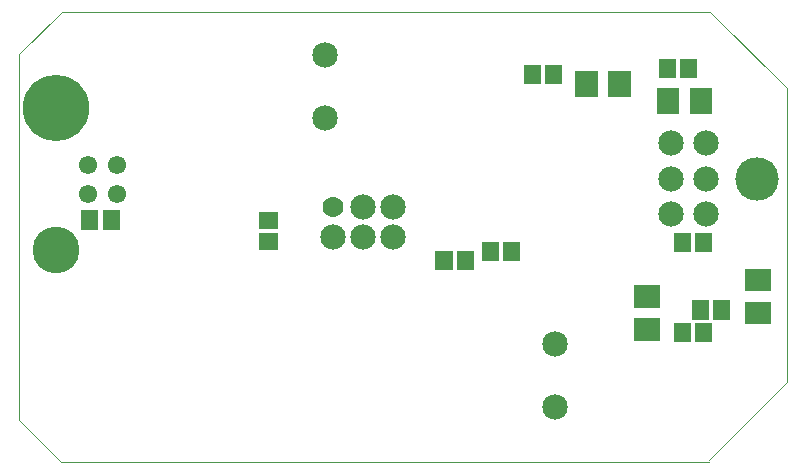
<source format=gbr>
G04 start of page 8 for group -4062 idx -4062 *
G04 Title: (unknown), soldermask *
G04 Creator: pcb 20110918 *
G04 CreationDate: Tue Mar 20 15:17:37 2012 UTC *
G04 For: mldelibero *
G04 Format: Gerber/RS-274X *
G04 PCB-Dimensions: 600000 500000 *
G04 PCB-Coordinate-Origin: lower left *
%MOIN*%
%FSLAX25Y25*%
%LNBOTTOMMASK*%
%ADD496R,0.0750X0.0750*%
%ADD495R,0.0572X0.0572*%
%ADD494C,0.0697*%
%ADD493C,0.1560*%
%ADD492C,0.2210*%
%ADD491C,0.0610*%
%ADD490C,0.0850*%
%ADD489C,0.1450*%
%ADD488C,0.0847*%
%ADD487C,0.0010*%
G54D487*X104900Y134000D02*X320800D01*
Y134500D02*X346800Y160500D01*
X346700Y258500D02*X321200Y284000D01*
X346700Y258500D02*Y160500D01*
X105000Y284000D02*X90900Y269900D01*
Y148000D01*
X320700Y284000D02*X105000D01*
X90900Y148000D02*X104900Y134000D01*
G54D488*X308035Y216420D03*
Y228231D03*
Y240042D03*
X319846D03*
Y228231D03*
Y216420D03*
G54D489*X336800Y228200D03*
G54D490*X269300Y152300D03*
Y173300D03*
G54D488*X215500Y208700D03*
Y218700D03*
G54D491*X123550Y223190D03*
Y232990D03*
X113750D03*
Y223190D03*
G54D492*X103050Y251790D03*
G54D493*Y204390D03*
G54D488*X205500Y208700D03*
Y218700D03*
G54D494*X195500D03*
G54D488*Y208700D03*
G54D490*X192900Y269500D03*
Y248500D03*
G54D495*X311914Y207393D02*Y206607D01*
X319000Y207393D02*Y206607D01*
X239543Y201393D02*Y200607D01*
X232457Y201393D02*Y200607D01*
X255043Y204393D02*Y203607D01*
X247957Y204393D02*Y203607D01*
X261914Y263393D02*Y262607D01*
X269000Y263393D02*Y262607D01*
G54D496*X291000Y260600D02*Y259400D01*
X280000Y260600D02*Y259400D01*
G54D495*X307000Y265393D02*Y264607D01*
G54D496*X307100Y254700D02*Y253500D01*
G54D495*X314086Y265393D02*Y264607D01*
G54D496*X318100Y254700D02*Y253500D01*
X336400Y194500D02*X337600D01*
X299400Y178000D02*X300600D01*
G54D495*X312000Y177393D02*Y176607D01*
X319086Y177393D02*Y176607D01*
G54D496*X336400Y183500D02*X337600D01*
X299400Y189000D02*X300600D01*
G54D495*X325043Y184893D02*Y184107D01*
X317957Y184893D02*Y184107D01*
X173607Y207414D02*X174393D01*
X114414Y214893D02*Y214107D01*
X121500Y214893D02*Y214107D01*
X173607Y214500D02*X174393D01*
M02*

</source>
